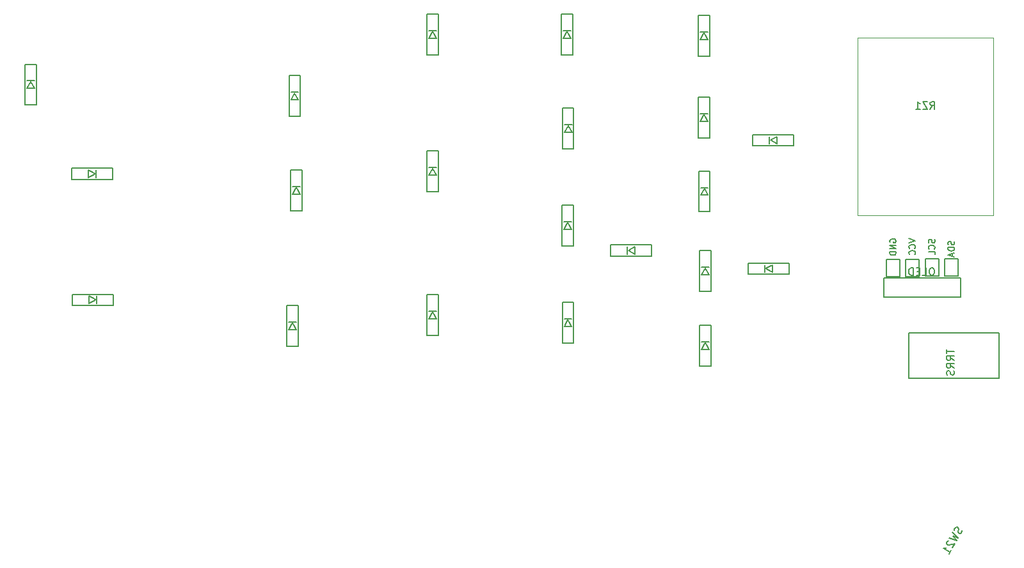
<source format=gbo>
G04 #@! TF.GenerationSoftware,KiCad,Pcbnew,(6.0.7)*
G04 #@! TF.CreationDate,2022-09-10T18:50:33+02:00*
G04 #@! TF.ProjectId,chococorne,63686f63-6f63-46f7-926e-652e6b696361,2.1*
G04 #@! TF.SameCoordinates,Original*
G04 #@! TF.FileFunction,Legend,Bot*
G04 #@! TF.FilePolarity,Positive*
%FSLAX46Y46*%
G04 Gerber Fmt 4.6, Leading zero omitted, Abs format (unit mm)*
G04 Created by KiCad (PCBNEW (6.0.7)) date 2022-09-10 18:50:33*
%MOMM*%
%LPD*%
G01*
G04 APERTURE LIST*
%ADD10C,0.150000*%
%ADD11C,0.120000*%
G04 APERTURE END LIST*
D10*
X180998880Y-97582595D02*
X180998880Y-98154023D01*
X181998880Y-97868309D02*
X180998880Y-97868309D01*
X181998880Y-99058785D02*
X181522690Y-98725452D01*
X181998880Y-98487357D02*
X180998880Y-98487357D01*
X180998880Y-98868309D01*
X181046500Y-98963547D01*
X181094119Y-99011166D01*
X181189357Y-99058785D01*
X181332214Y-99058785D01*
X181427452Y-99011166D01*
X181475071Y-98963547D01*
X181522690Y-98868309D01*
X181522690Y-98487357D01*
X181998880Y-100058785D02*
X181522690Y-99725452D01*
X181998880Y-99487357D02*
X180998880Y-99487357D01*
X180998880Y-99868309D01*
X181046500Y-99963547D01*
X181094119Y-100011166D01*
X181189357Y-100058785D01*
X181332214Y-100058785D01*
X181427452Y-100011166D01*
X181475071Y-99963547D01*
X181522690Y-99868309D01*
X181522690Y-99487357D01*
X181951261Y-100439738D02*
X181998880Y-100582595D01*
X181998880Y-100820690D01*
X181951261Y-100915928D01*
X181903642Y-100963547D01*
X181808404Y-101011166D01*
X181713166Y-101011166D01*
X181617928Y-100963547D01*
X181570309Y-100915928D01*
X181522690Y-100820690D01*
X181475071Y-100630214D01*
X181427452Y-100534976D01*
X181379833Y-100487357D01*
X181284595Y-100439738D01*
X181189357Y-100439738D01*
X181094119Y-100487357D01*
X181046500Y-100534976D01*
X180998880Y-100630214D01*
X180998880Y-100868309D01*
X181046500Y-101011166D01*
X183064335Y-121552787D02*
X183034146Y-121700314D01*
X182915099Y-121906511D01*
X182826240Y-121965180D01*
X182761191Y-121982610D01*
X182654903Y-121976230D01*
X182572425Y-121928611D01*
X182513756Y-121839753D01*
X182496326Y-121774704D01*
X182502706Y-121668416D01*
X182556704Y-121479649D01*
X182563084Y-121373361D01*
X182545654Y-121308312D01*
X182486985Y-121219454D01*
X182404507Y-121171834D01*
X182298218Y-121165455D01*
X182233170Y-121182885D01*
X182144311Y-121241554D01*
X182025264Y-121447750D01*
X181995074Y-121595278D01*
X181787168Y-121860143D02*
X182534146Y-122566340D01*
X181820319Y-122374154D01*
X182343670Y-122896254D01*
X181358597Y-122602451D01*
X181274409Y-122938745D02*
X181209360Y-122956175D01*
X181120502Y-123014844D01*
X181001454Y-123221040D01*
X180995074Y-123327328D01*
X181012504Y-123392377D01*
X181071173Y-123481236D01*
X181153652Y-123528855D01*
X181301179Y-123559044D01*
X182081765Y-123349887D01*
X181772241Y-123885997D01*
X181296051Y-124710784D02*
X181581765Y-124215912D01*
X181438908Y-124463348D02*
X180572883Y-123963348D01*
X180744220Y-123952298D01*
X180874317Y-123917438D01*
X180963176Y-123858769D01*
X179132380Y-86792380D02*
X178941904Y-86792380D01*
X178846666Y-86840000D01*
X178751428Y-86935238D01*
X178703809Y-87125714D01*
X178703809Y-87459047D01*
X178751428Y-87649523D01*
X178846666Y-87744761D01*
X178941904Y-87792380D01*
X179132380Y-87792380D01*
X179227619Y-87744761D01*
X179322857Y-87649523D01*
X179370476Y-87459047D01*
X179370476Y-87125714D01*
X179322857Y-86935238D01*
X179227619Y-86840000D01*
X179132380Y-86792380D01*
X177799047Y-87792380D02*
X178275238Y-87792380D01*
X178275238Y-86792380D01*
X177465714Y-87268571D02*
X177132380Y-87268571D01*
X176989523Y-87792380D02*
X177465714Y-87792380D01*
X177465714Y-86792380D01*
X176989523Y-86792380D01*
X176560952Y-87792380D02*
X176560952Y-86792380D01*
X176322857Y-86792380D01*
X176180000Y-86840000D01*
X176084761Y-86935238D01*
X176037142Y-87030476D01*
X175989523Y-87220952D01*
X175989523Y-87363809D01*
X176037142Y-87554285D01*
X176084761Y-87649523D01*
X176180000Y-87744761D01*
X176322857Y-87792380D01*
X176560952Y-87792380D01*
X176034895Y-82932266D02*
X176847695Y-83203200D01*
X176034895Y-83474133D01*
X176770285Y-84209523D02*
X176808990Y-84170819D01*
X176847695Y-84054704D01*
X176847695Y-83977295D01*
X176808990Y-83861180D01*
X176731580Y-83783771D01*
X176654171Y-83745066D01*
X176499352Y-83706361D01*
X176383238Y-83706361D01*
X176228419Y-83745066D01*
X176151009Y-83783771D01*
X176073600Y-83861180D01*
X176034895Y-83977295D01*
X176034895Y-84054704D01*
X176073600Y-84170819D01*
X176112304Y-84209523D01*
X176770285Y-85022323D02*
X176808990Y-84983619D01*
X176847695Y-84867504D01*
X176847695Y-84790095D01*
X176808990Y-84673980D01*
X176731580Y-84596571D01*
X176654171Y-84557866D01*
X176499352Y-84519161D01*
X176383238Y-84519161D01*
X176228419Y-84557866D01*
X176151009Y-84596571D01*
X176073600Y-84673980D01*
X176034895Y-84790095D01*
X176034895Y-84867504D01*
X176073600Y-84983619D01*
X176112304Y-85022323D01*
X173523600Y-83426323D02*
X173484895Y-83348914D01*
X173484895Y-83232800D01*
X173523600Y-83116685D01*
X173601009Y-83039276D01*
X173678419Y-83000571D01*
X173833238Y-82961866D01*
X173949352Y-82961866D01*
X174104171Y-83000571D01*
X174181580Y-83039276D01*
X174258990Y-83116685D01*
X174297695Y-83232800D01*
X174297695Y-83310209D01*
X174258990Y-83426323D01*
X174220285Y-83465028D01*
X173949352Y-83465028D01*
X173949352Y-83310209D01*
X174297695Y-83813371D02*
X173484895Y-83813371D01*
X174297695Y-84277828D01*
X173484895Y-84277828D01*
X174297695Y-84664876D02*
X173484895Y-84664876D01*
X173484895Y-84858400D01*
X173523600Y-84974514D01*
X173601009Y-85051923D01*
X173678419Y-85090628D01*
X173833238Y-85129333D01*
X173949352Y-85129333D01*
X174104171Y-85090628D01*
X174181580Y-85051923D01*
X174258990Y-84974514D01*
X174297695Y-84858400D01*
X174297695Y-84664876D01*
X181968990Y-83288666D02*
X182007695Y-83404780D01*
X182007695Y-83598304D01*
X181968990Y-83675714D01*
X181930285Y-83714419D01*
X181852876Y-83753123D01*
X181775466Y-83753123D01*
X181698057Y-83714419D01*
X181659352Y-83675714D01*
X181620647Y-83598304D01*
X181581942Y-83443485D01*
X181543238Y-83366076D01*
X181504533Y-83327371D01*
X181427123Y-83288666D01*
X181349714Y-83288666D01*
X181272304Y-83327371D01*
X181233600Y-83366076D01*
X181194895Y-83443485D01*
X181194895Y-83637009D01*
X181233600Y-83753123D01*
X182007695Y-84101466D02*
X181194895Y-84101466D01*
X181194895Y-84294990D01*
X181233600Y-84411104D01*
X181311009Y-84488514D01*
X181388419Y-84527219D01*
X181543238Y-84565923D01*
X181659352Y-84565923D01*
X181814171Y-84527219D01*
X181891580Y-84488514D01*
X181968990Y-84411104D01*
X182007695Y-84294990D01*
X182007695Y-84101466D01*
X181775466Y-84875561D02*
X181775466Y-85262609D01*
X182007695Y-84798152D02*
X181194895Y-85069085D01*
X182007695Y-85340019D01*
X179388990Y-83018380D02*
X179427695Y-83134495D01*
X179427695Y-83328019D01*
X179388990Y-83405428D01*
X179350285Y-83444133D01*
X179272876Y-83482838D01*
X179195466Y-83482838D01*
X179118057Y-83444133D01*
X179079352Y-83405428D01*
X179040647Y-83328019D01*
X179001942Y-83173200D01*
X178963238Y-83095790D01*
X178924533Y-83057085D01*
X178847123Y-83018380D01*
X178769714Y-83018380D01*
X178692304Y-83057085D01*
X178653600Y-83095790D01*
X178614895Y-83173200D01*
X178614895Y-83366723D01*
X178653600Y-83482838D01*
X179350285Y-84295638D02*
X179388990Y-84256933D01*
X179427695Y-84140819D01*
X179427695Y-84063409D01*
X179388990Y-83947295D01*
X179311580Y-83869885D01*
X179234171Y-83831180D01*
X179079352Y-83792476D01*
X178963238Y-83792476D01*
X178808419Y-83831180D01*
X178731009Y-83869885D01*
X178653600Y-83947295D01*
X178614895Y-84063409D01*
X178614895Y-84140819D01*
X178653600Y-84256933D01*
X178692304Y-84295638D01*
X179427695Y-85031028D02*
X179427695Y-84643980D01*
X178614895Y-84643980D01*
X178823857Y-65774380D02*
X179157190Y-65298190D01*
X179395285Y-65774380D02*
X179395285Y-64774380D01*
X179014333Y-64774380D01*
X178919095Y-64822000D01*
X178871476Y-64869619D01*
X178823857Y-64964857D01*
X178823857Y-65107714D01*
X178871476Y-65202952D01*
X178919095Y-65250571D01*
X179014333Y-65298190D01*
X179395285Y-65298190D01*
X178490523Y-64774380D02*
X177823857Y-64774380D01*
X178490523Y-65774380D01*
X177823857Y-65774380D01*
X176919095Y-65774380D02*
X177490523Y-65774380D01*
X177204809Y-65774380D02*
X177204809Y-64774380D01*
X177300047Y-64917238D01*
X177395285Y-65012476D01*
X177490523Y-65060095D01*
X94000000Y-66740000D02*
X95500000Y-66740000D01*
X94750000Y-63640000D02*
X95250000Y-64540000D01*
X95500000Y-66740000D02*
X95500000Y-61340000D01*
X95250000Y-63540000D02*
X94250000Y-63540000D01*
X95250000Y-64540000D02*
X94250000Y-64540000D01*
X94000000Y-61340000D02*
X94000000Y-66740000D01*
X95500000Y-61340000D02*
X94000000Y-61340000D01*
X94250000Y-64540000D02*
X94750000Y-63640000D01*
X113530000Y-55380000D02*
X112530000Y-55380000D01*
X112530000Y-56380000D02*
X113030000Y-55480000D01*
X113780000Y-53180000D02*
X112280000Y-53180000D01*
X112280000Y-53180000D02*
X112280000Y-58580000D01*
X112280000Y-58580000D02*
X113780000Y-58580000D01*
X113030000Y-55480000D02*
X113530000Y-56380000D01*
X113780000Y-58580000D02*
X113780000Y-53180000D01*
X113530000Y-56380000D02*
X112530000Y-56380000D01*
X131560000Y-58580000D02*
X131560000Y-53180000D01*
X130060000Y-53180000D02*
X130060000Y-58580000D01*
X130310000Y-56380000D02*
X130810000Y-55480000D01*
X131560000Y-53180000D02*
X130060000Y-53180000D01*
X131310000Y-55380000D02*
X130310000Y-55380000D01*
X130810000Y-55480000D02*
X131310000Y-56380000D01*
X130060000Y-58580000D02*
X131560000Y-58580000D01*
X131310000Y-56380000D02*
X130310000Y-56380000D01*
X149640000Y-58720000D02*
X149640000Y-53320000D01*
X148140000Y-53320000D02*
X148140000Y-58720000D01*
X149390000Y-56520000D02*
X148390000Y-56520000D01*
X148140000Y-58720000D02*
X149640000Y-58720000D01*
X148890000Y-55620000D02*
X149390000Y-56520000D01*
X149640000Y-53320000D02*
X148140000Y-53320000D01*
X148390000Y-56520000D02*
X148890000Y-55620000D01*
X149390000Y-55520000D02*
X148390000Y-55520000D01*
X149400000Y-67390000D02*
X148400000Y-67390000D01*
X148900000Y-66490000D02*
X149400000Y-67390000D01*
X149650000Y-64190000D02*
X148150000Y-64190000D01*
X148400000Y-67390000D02*
X148900000Y-66490000D01*
X149400000Y-66390000D02*
X148400000Y-66390000D01*
X148150000Y-64190000D02*
X148150000Y-69590000D01*
X149650000Y-69590000D02*
X149650000Y-64190000D01*
X148150000Y-69590000D02*
X149650000Y-69590000D01*
X95730000Y-73840000D02*
X94230000Y-73840000D01*
X95730000Y-79240000D02*
X95730000Y-73840000D01*
X94480000Y-77040000D02*
X94980000Y-76140000D01*
X94980000Y-76140000D02*
X95480000Y-77040000D01*
X95480000Y-76040000D02*
X94480000Y-76040000D01*
X94230000Y-73840000D02*
X94230000Y-79240000D01*
X94230000Y-79240000D02*
X95730000Y-79240000D01*
X95480000Y-77040000D02*
X94480000Y-77040000D01*
X112280000Y-71325000D02*
X112280000Y-76725000D01*
X113530000Y-73525000D02*
X112530000Y-73525000D01*
X112530000Y-74525000D02*
X113030000Y-73625000D01*
X113780000Y-76725000D02*
X113780000Y-71325000D01*
X112280000Y-76725000D02*
X113780000Y-76725000D01*
X113030000Y-73625000D02*
X113530000Y-74525000D01*
X113780000Y-71325000D02*
X112280000Y-71325000D01*
X113530000Y-74525000D02*
X112530000Y-74525000D01*
X131670000Y-65660000D02*
X130170000Y-65660000D01*
X130920000Y-67960000D02*
X131420000Y-68860000D01*
X131670000Y-71060000D02*
X131670000Y-65660000D01*
X130420000Y-68860000D02*
X130920000Y-67960000D01*
X131420000Y-67860000D02*
X130420000Y-67860000D01*
X130170000Y-71060000D02*
X131670000Y-71060000D01*
X130170000Y-65660000D02*
X130170000Y-71060000D01*
X131420000Y-68860000D02*
X130420000Y-68860000D01*
X158570000Y-69390000D02*
X158570000Y-70390000D01*
X160770000Y-69140000D02*
X155370000Y-69140000D01*
X158570000Y-70390000D02*
X157670000Y-69890000D01*
X157570000Y-69390000D02*
X157570000Y-70390000D01*
X160770000Y-70640000D02*
X160770000Y-69140000D01*
X157670000Y-69890000D02*
X158570000Y-69390000D01*
X155370000Y-70640000D02*
X160770000Y-70640000D01*
X155370000Y-69140000D02*
X155370000Y-70640000D01*
X148200000Y-79375000D02*
X149700000Y-79375000D01*
X148950000Y-76275000D02*
X149450000Y-77175000D01*
X149700000Y-79375000D02*
X149700000Y-73975000D01*
X148200000Y-73975000D02*
X148200000Y-79375000D01*
X149450000Y-77175000D02*
X148450000Y-77175000D01*
X149450000Y-76175000D02*
X148450000Y-76175000D01*
X148450000Y-77175000D02*
X148950000Y-76275000D01*
X149700000Y-73975000D02*
X148200000Y-73975000D01*
X94480000Y-94075000D02*
X94980000Y-94975000D01*
X93730000Y-91775000D02*
X93730000Y-97175000D01*
X93980000Y-94975000D02*
X94480000Y-94075000D01*
X94980000Y-94975000D02*
X93980000Y-94975000D01*
X95230000Y-91775000D02*
X93730000Y-91775000D01*
X94980000Y-93975000D02*
X93980000Y-93975000D01*
X95230000Y-97175000D02*
X95230000Y-91775000D01*
X93730000Y-97175000D02*
X95230000Y-97175000D01*
X113530000Y-93525000D02*
X112530000Y-93525000D01*
X112530000Y-93525000D02*
X113030000Y-92625000D01*
X113030000Y-92625000D02*
X113530000Y-93525000D01*
X113780000Y-90325000D02*
X112280000Y-90325000D01*
X113780000Y-95725000D02*
X113780000Y-90325000D01*
X112280000Y-90325000D02*
X112280000Y-95725000D01*
X113530000Y-92525000D02*
X112530000Y-92525000D01*
X112280000Y-95725000D02*
X113780000Y-95725000D01*
X131640000Y-83880000D02*
X131640000Y-78480000D01*
X130890000Y-80780000D02*
X131390000Y-81680000D01*
X130140000Y-83880000D02*
X131640000Y-83880000D01*
X131640000Y-78480000D02*
X130140000Y-78480000D01*
X131390000Y-81680000D02*
X130390000Y-81680000D01*
X130390000Y-81680000D02*
X130890000Y-80780000D01*
X131390000Y-80680000D02*
X130390000Y-80680000D01*
X130140000Y-78480000D02*
X130140000Y-83880000D01*
X160150000Y-86160000D02*
X154750000Y-86160000D01*
X154750000Y-87660000D02*
X160150000Y-87660000D01*
X156950000Y-86410000D02*
X156950000Y-87410000D01*
X157950000Y-86410000D02*
X157950000Y-87410000D01*
X154750000Y-86160000D02*
X154750000Y-87660000D01*
X160150000Y-87660000D02*
X160150000Y-86160000D01*
X157950000Y-87410000D02*
X157050000Y-86910000D01*
X157050000Y-86910000D02*
X157950000Y-86410000D01*
X149800000Y-84540000D02*
X148300000Y-84540000D01*
X148300000Y-89940000D02*
X149800000Y-89940000D01*
X149050000Y-86840000D02*
X149550000Y-87740000D01*
X149800000Y-89940000D02*
X149800000Y-84540000D01*
X148300000Y-84540000D02*
X148300000Y-89940000D01*
X149550000Y-87740000D02*
X148550000Y-87740000D01*
X148550000Y-87740000D02*
X149050000Y-86840000D01*
X149550000Y-86740000D02*
X148550000Y-86740000D01*
X141970000Y-85230000D02*
X141970000Y-83730000D01*
X136570000Y-85230000D02*
X141970000Y-85230000D01*
X136570000Y-83730000D02*
X136570000Y-85230000D01*
X141970000Y-83730000D02*
X136570000Y-83730000D01*
X139770000Y-84980000D02*
X138870000Y-84480000D01*
X139770000Y-83980000D02*
X139770000Y-84980000D01*
X138870000Y-84480000D02*
X139770000Y-83980000D01*
X138770000Y-83980000D02*
X138770000Y-84980000D01*
X130910000Y-93670000D02*
X131410000Y-94570000D01*
X130410000Y-94570000D02*
X130910000Y-93670000D01*
X130160000Y-96770000D02*
X131660000Y-96770000D01*
X131410000Y-93570000D02*
X130410000Y-93570000D01*
X130160000Y-91370000D02*
X130160000Y-96770000D01*
X131660000Y-96770000D02*
X131660000Y-91370000D01*
X131660000Y-91370000D02*
X130160000Y-91370000D01*
X131410000Y-94570000D02*
X130410000Y-94570000D01*
X148300000Y-94420000D02*
X148300000Y-99820000D01*
X149800000Y-94420000D02*
X148300000Y-94420000D01*
X149050000Y-96720000D02*
X149550000Y-97620000D01*
X148550000Y-97620000D02*
X149050000Y-96720000D01*
X149800000Y-99820000D02*
X149800000Y-94420000D01*
X149550000Y-96620000D02*
X148550000Y-96620000D01*
X149550000Y-97620000D02*
X148550000Y-97620000D01*
X148300000Y-99820000D02*
X149800000Y-99820000D01*
X187960000Y-95420000D02*
X187960000Y-101420000D01*
X175960000Y-95420000D02*
X187960000Y-95420000D01*
X187960000Y-101420000D02*
X175960000Y-101420000D01*
X175960000Y-101420000D02*
X175960000Y-95420000D01*
X67460000Y-74850000D02*
X67460000Y-73850000D01*
X70660000Y-73600000D02*
X65260000Y-73600000D01*
X68360000Y-74350000D02*
X67460000Y-74850000D01*
X68460000Y-74850000D02*
X68460000Y-73850000D01*
X65260000Y-75100000D02*
X70660000Y-75100000D01*
X65260000Y-73600000D02*
X65260000Y-75100000D01*
X70660000Y-75100000D02*
X70660000Y-73600000D01*
X67460000Y-73850000D02*
X68360000Y-74350000D01*
X70750000Y-91800000D02*
X70750000Y-90300000D01*
X67550000Y-90550000D02*
X68450000Y-91050000D01*
X70750000Y-90300000D02*
X65350000Y-90300000D01*
X67550000Y-91550000D02*
X67550000Y-90550000D01*
X68550000Y-91550000D02*
X68550000Y-90550000D01*
X65350000Y-90300000D02*
X65350000Y-91800000D01*
X65350000Y-91800000D02*
X70750000Y-91800000D01*
X68450000Y-91050000D02*
X67550000Y-91550000D01*
X182820000Y-88170000D02*
X182820000Y-90710000D01*
X182820000Y-90710000D02*
X172660000Y-90710000D01*
X172660000Y-88170000D02*
X182820000Y-88170000D01*
X172660000Y-90710000D02*
X172660000Y-88170000D01*
X59320000Y-63020000D02*
X59820000Y-62120000D01*
X60570000Y-59820000D02*
X59070000Y-59820000D01*
X60570000Y-65220000D02*
X60570000Y-59820000D01*
X60320000Y-63020000D02*
X59320000Y-63020000D01*
X59820000Y-62120000D02*
X60320000Y-63020000D01*
X59070000Y-59820000D02*
X59070000Y-65220000D01*
X60320000Y-62020000D02*
X59320000Y-62020000D01*
X59070000Y-65220000D02*
X60570000Y-65220000D01*
X177369000Y-85667000D02*
X175591000Y-85667000D01*
X175591000Y-87953000D02*
X177369000Y-87953000D01*
X177369000Y-87953000D02*
X177369000Y-85667000D01*
X175591000Y-85667000D02*
X175591000Y-87953000D01*
X173041000Y-85696600D02*
X173041000Y-87982600D01*
X174819000Y-87982600D02*
X174819000Y-85696600D01*
X173041000Y-87982600D02*
X174819000Y-87982600D01*
X174819000Y-85696600D02*
X173041000Y-85696600D01*
X180751000Y-85617000D02*
X180751000Y-87903000D01*
X182529000Y-85617000D02*
X180751000Y-85617000D01*
X182529000Y-87903000D02*
X182529000Y-85617000D01*
X180751000Y-87903000D02*
X182529000Y-87903000D01*
X178171000Y-87923000D02*
X179949000Y-87923000D01*
X178171000Y-85637000D02*
X178171000Y-87923000D01*
X179949000Y-85637000D02*
X178171000Y-85637000D01*
X179949000Y-87923000D02*
X179949000Y-85637000D01*
D11*
X187181000Y-79822000D02*
X169181000Y-79822000D01*
X187181000Y-56322000D02*
X187181000Y-79822000D01*
X169181000Y-79822000D02*
X169181000Y-56322000D01*
X169181000Y-56322000D02*
X187181000Y-56322000D01*
M02*

</source>
